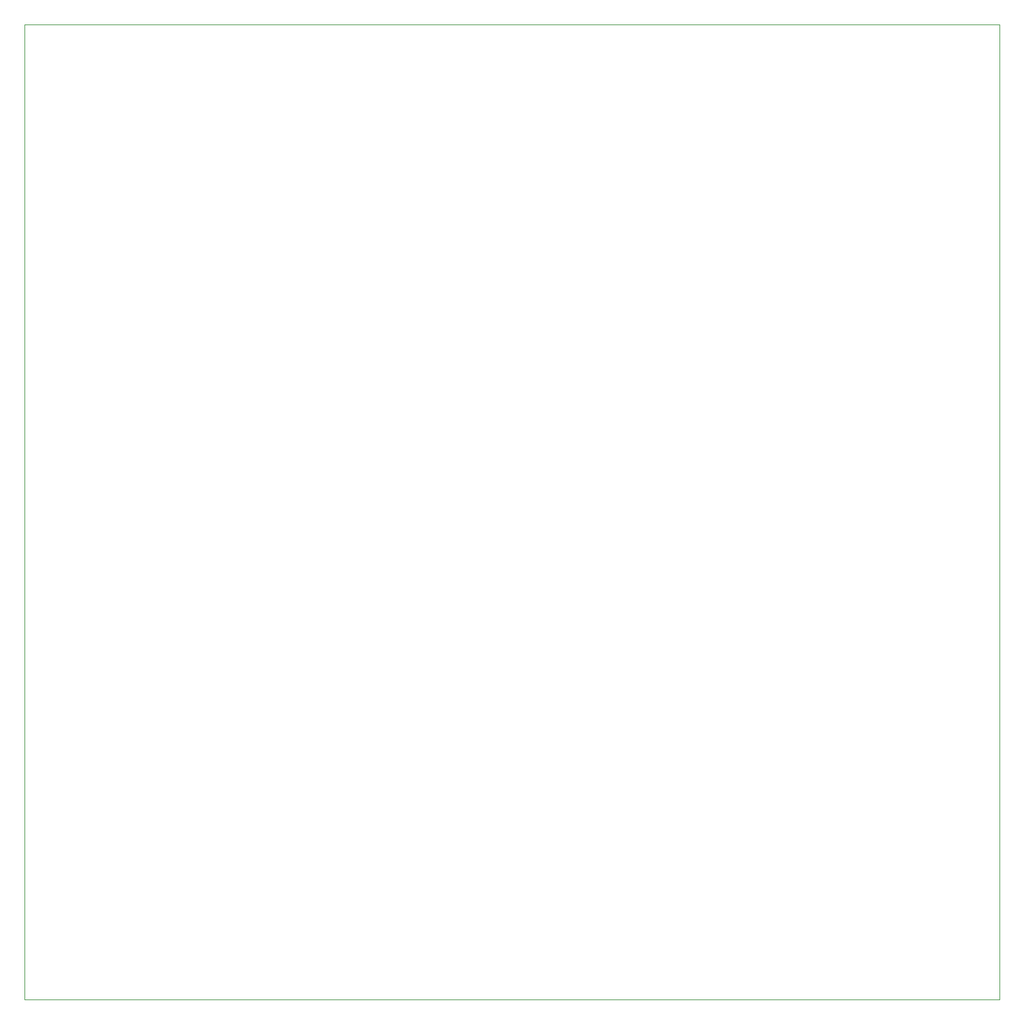
<source format=gbr>
%TF.GenerationSoftware,KiCad,Pcbnew,(5.99.0-10065-g0a0935e0f3)*%
%TF.CreationDate,2021-04-15T14:15:54+02:00*%
%TF.ProjectId,pimop,70696d6f-702e-46b6-9963-61645f706362,rev?*%
%TF.SameCoordinates,Original*%
%TF.FileFunction,Profile,NP*%
%FSLAX46Y46*%
G04 Gerber Fmt 4.6, Leading zero omitted, Abs format (unit mm)*
G04 Created by KiCad (PCBNEW (5.99.0-10065-g0a0935e0f3)) date 2021-04-15 14:15:54*
%MOMM*%
%LPD*%
G01*
G04 APERTURE LIST*
%TA.AperFunction,Profile*%
%ADD10C,0.100000*%
%TD*%
G04 APERTURE END LIST*
D10*
X77660000Y-25525000D02*
X77660000Y-153525000D01*
X205660000Y-25525000D02*
X77660000Y-25525000D01*
X77660000Y-153525000D02*
X205660000Y-153525000D01*
X205660000Y-153525000D02*
X205660000Y-25525000D01*
M02*

</source>
